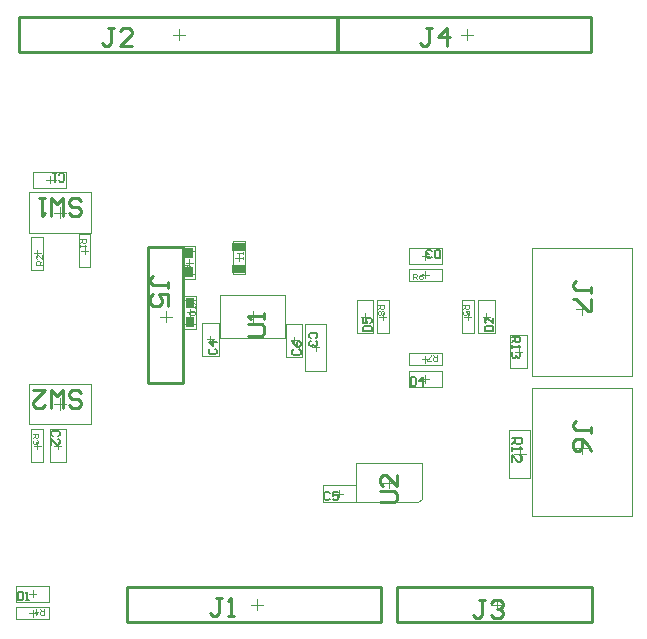
<source format=gbp>
G04*
G04 #@! TF.GenerationSoftware,Altium Limited,Altium Designer,22.7.1 (60)*
G04*
G04 Layer_Color=128*
%FSLAX25Y25*%
%MOIN*%
G70*
G04*
G04 #@! TF.SameCoordinates,FBDB1D81-1F97-4559-A255-E9B88A778833*
G04*
G04*
G04 #@! TF.FilePolarity,Positive*
G04*
G01*
G75*
%ADD11C,0.00984*%
%ADD13C,0.00394*%
%ADD14C,0.01000*%
%ADD15C,0.00866*%
%ADD16C,0.00591*%
%ADD18R,0.05118X0.02756*%
%ADD42R,0.03100X0.03800*%
D11*
X63494Y129234D02*
X75305D01*
X63494Y83880D02*
Y129234D01*
Y83880D02*
X75305D01*
Y129234D01*
X20495Y194095D02*
Y205906D01*
Y194095D02*
X126873D01*
Y205906D01*
X20495D02*
X126873D01*
X126495D02*
X211219D01*
Y194095D02*
Y205906D01*
X126495Y194095D02*
X211219D01*
X126495D02*
Y205906D01*
X146495Y4095D02*
Y15905D01*
Y4095D02*
X211534D01*
Y15905D01*
X146495D02*
X211534D01*
X56495Y4095D02*
Y15905D01*
Y4095D02*
X141219D01*
Y15905D01*
X56495D02*
X141219D01*
X75305Y83880D02*
Y129234D01*
X63494Y83880D02*
X75305D01*
X63494D02*
Y129234D01*
X75305D01*
X20495Y205906D02*
X126873D01*
Y194095D02*
Y205906D01*
X20495Y194095D02*
X126873D01*
X20495D02*
Y205906D01*
X126495Y194095D02*
Y205906D01*
Y194095D02*
X211219D01*
Y205906D01*
X126495D02*
X211219D01*
X146495Y15905D02*
X211534D01*
Y4095D02*
Y15905D01*
X146495Y4095D02*
X211534D01*
X146495D02*
Y15905D01*
X56495D02*
X141219D01*
Y4095D02*
Y15905D01*
X56495Y4095D02*
X141219D01*
X56495D02*
Y15905D01*
D13*
X75196Y120079D02*
X79133D01*
X75196Y127953D02*
X79133D01*
X75196Y120079D02*
Y127953D01*
X79133Y120079D02*
Y127953D01*
X75589Y111417D02*
X79526D01*
X75589Y103543D02*
X79526D01*
Y111417D01*
X75589Y103543D02*
Y111417D01*
X67431Y106005D02*
X71368D01*
X69399Y104037D02*
Y107974D01*
X132676Y44193D02*
Y57087D01*
X154723D01*
Y45276D02*
Y57087D01*
X153640Y44193D02*
X154723Y45276D01*
X132676Y44193D02*
X153640D01*
X143700Y48720D02*
Y52658D01*
X141731Y50689D02*
X145668D01*
X73723Y198031D02*
Y201969D01*
X71755Y200000D02*
X75692D01*
X167755D02*
X171692D01*
X169723Y198031D02*
Y201969D01*
X81495Y92913D02*
X87007D01*
Y103937D01*
X81495D02*
X87007D01*
X81495Y92913D02*
Y103937D01*
X84251Y97244D02*
Y99606D01*
X83070Y98425D02*
X85432D01*
X23900Y70079D02*
X24800D01*
X44373D01*
X23900D02*
Y83465D01*
X44373D01*
Y70079D02*
Y83465D01*
X32168Y76772D02*
X36105D01*
X34137Y74803D02*
Y78740D01*
X23900Y133993D02*
X24800D01*
X44373D01*
X23900D02*
Y147379D01*
X44373D01*
Y133993D02*
Y147379D01*
X32168Y140686D02*
X36105D01*
X34137Y138717D02*
Y142654D01*
X184251Y99803D02*
X189763D01*
X184251Y88779D02*
Y99803D01*
Y88779D02*
X189763D01*
Y99803D01*
X187007Y93110D02*
Y95472D01*
X185826Y94291D02*
X188188D01*
X191633Y82185D02*
X224704D01*
X191633Y39665D02*
Y82185D01*
Y39665D02*
X224704D01*
Y82185D01*
X208168Y60138D02*
Y64075D01*
X206200Y62106D02*
X210137D01*
X191633Y128740D02*
X224704D01*
X191633Y86221D02*
Y128740D01*
Y86221D02*
X224704D01*
Y128740D01*
X208168Y106693D02*
Y110630D01*
X206200Y108661D02*
X210137D01*
X26574Y125984D02*
Y128347D01*
X25392Y127165D02*
X27755D01*
X24605Y121653D02*
X28542D01*
Y132677D01*
X24605D02*
X28542D01*
X24605Y121653D02*
Y132677D01*
X173522Y100445D02*
X179034D01*
Y111469D01*
X173522D02*
X179034D01*
X173522Y100445D02*
Y111469D01*
X176278Y104776D02*
Y107138D01*
X175097Y105957D02*
X177459D01*
X170037Y104776D02*
Y107138D01*
X168856Y105957D02*
X171219D01*
X168069Y111469D02*
X172006D01*
X168069Y100445D02*
Y111469D01*
Y100445D02*
X172006D01*
Y111469D01*
X154723Y119960D02*
X157085D01*
X155904Y118779D02*
Y121142D01*
X150392Y117992D02*
Y121929D01*
Y117992D02*
X161416D01*
Y121929D01*
X150392D02*
X161416D01*
Y123378D02*
Y128890D01*
X150392D02*
X161416D01*
X150392Y123378D02*
Y128890D01*
Y123378D02*
X161416D01*
X154723Y126134D02*
X157085D01*
X155904Y124953D02*
Y127315D01*
X141797Y104776D02*
Y107138D01*
X140616Y105957D02*
X142979D01*
X139829Y111469D02*
X143766D01*
X139829Y100445D02*
Y111469D01*
Y100445D02*
X143766D01*
Y111469D01*
X134644Y105957D02*
X137007D01*
X135826Y104776D02*
Y107138D01*
X133070Y100445D02*
Y111469D01*
X138582D01*
Y100445D02*
Y111469D01*
X133070Y100445D02*
X138582D01*
X30707Y150394D02*
Y152756D01*
X29526Y151575D02*
X31889D01*
X25196Y148819D02*
X36219D01*
X25196D02*
Y154331D01*
X36219D01*
Y148819D02*
Y154331D01*
X44290Y122441D02*
Y133465D01*
X40353Y122441D02*
X44290D01*
X40353D02*
Y133465D01*
X44290D01*
X41140Y127953D02*
X43503D01*
X42322Y126772D02*
Y129134D01*
X28542Y57480D02*
Y68504D01*
X24605Y57480D02*
X28542D01*
X24605D02*
Y68504D01*
X28542D01*
X25392Y62992D02*
X27755D01*
X26574Y61811D02*
Y64173D01*
X32282Y62992D02*
X34644D01*
X33463Y61811D02*
Y64173D01*
X36219Y57480D02*
Y68504D01*
X30707Y57480D02*
X36219D01*
X30707D02*
Y68504D01*
X36219D01*
X87628Y98830D02*
Y113190D01*
X109281D01*
Y98830D02*
Y113190D01*
X87628Y98830D02*
X109281D01*
X98454Y104037D02*
Y107974D01*
X96486Y106005D02*
X100423D01*
X111022Y98132D02*
X113385D01*
X112204Y96951D02*
Y99313D01*
X109448Y92620D02*
Y103644D01*
X114959D01*
Y92620D02*
Y103644D01*
X109448Y92620D02*
X114959D01*
X115845Y103642D02*
X122932D01*
X115845Y87894D02*
Y103642D01*
Y87894D02*
X122932D01*
Y103642D01*
X119389Y94587D02*
Y96949D01*
X118207Y95768D02*
X120570D01*
X150392Y89764D02*
X161416D01*
X150392D02*
Y93701D01*
X161416D01*
Y89764D02*
Y93701D01*
X155904Y90551D02*
Y92913D01*
X154723Y91732D02*
X157085D01*
X150392Y82433D02*
Y87945D01*
Y82433D02*
X161416D01*
Y87945D01*
X150392D02*
X161416D01*
X154723Y85189D02*
X157085D01*
X155904Y84008D02*
Y86370D01*
X127164Y45768D02*
Y48130D01*
X125983Y46949D02*
X128345D01*
X121652Y49705D02*
X132676D01*
Y44193D02*
Y49705D01*
X121652Y44193D02*
X132676D01*
X121652D02*
Y49705D01*
X183857Y68110D02*
X190944D01*
X183857Y52362D02*
Y68110D01*
Y52362D02*
X190944D01*
Y68110D01*
X187400Y58268D02*
Y62205D01*
X185432Y60236D02*
X189369D01*
X179723Y8032D02*
Y11969D01*
X177755Y10000D02*
X181692D01*
X99723Y8032D02*
Y11969D01*
X97755Y10000D02*
X101692D01*
X19487Y10827D02*
Y16339D01*
Y10827D02*
X30511D01*
Y16339D01*
X19487D02*
X30511D01*
X23818Y13583D02*
X26180D01*
X24999Y12402D02*
Y14764D01*
X19487Y5118D02*
X30511D01*
X19487D02*
Y9055D01*
X30511D01*
Y5118D02*
Y9055D01*
X24999Y5906D02*
Y8268D01*
X23818Y7087D02*
X26180D01*
X93700Y124409D02*
Y126772D01*
X92519Y125591D02*
X94881D01*
X91731Y131102D02*
X95668D01*
Y120079D02*
Y131102D01*
X91731Y120079D02*
X95668D01*
X91731D02*
Y131102D01*
X77164Y122835D02*
Y125197D01*
X75983Y124016D02*
X78345D01*
X75196Y118504D02*
X79133D01*
X75196D02*
Y129528D01*
X79133D01*
Y118504D02*
Y129528D01*
X77558Y106299D02*
Y108661D01*
X76377Y107480D02*
X78739D01*
X75589Y112992D02*
X79526D01*
Y101969D02*
Y112992D01*
X75589Y101969D02*
X79526D01*
X75589D02*
Y112992D01*
X154723Y45276D02*
Y57087D01*
X153640Y44193D02*
X154723Y45276D01*
X132676Y44193D02*
X153640D01*
X132676D02*
Y57087D01*
X154723D01*
X81495Y92913D02*
X87007D01*
X81495D02*
Y103937D01*
X87007D01*
Y92913D02*
Y103937D01*
X23900Y70079D02*
X24800D01*
X44373D01*
Y83465D01*
X23900Y70079D02*
Y83465D01*
X44373D01*
X23900Y133993D02*
X24800D01*
X44373D01*
Y147379D01*
X23900Y133993D02*
Y147379D01*
X44373D01*
X184251Y99803D02*
X189763D01*
Y88779D02*
Y99803D01*
X184251Y88779D02*
X189763D01*
X184251D02*
Y99803D01*
X191633Y82185D02*
X224704D01*
Y39665D02*
Y82185D01*
X191633Y39665D02*
X224704D01*
X191633D02*
Y82185D01*
Y128740D02*
X224704D01*
Y86221D02*
Y128740D01*
X191633Y86221D02*
X224704D01*
X191633D02*
Y128740D01*
X24605Y121653D02*
X28542D01*
Y132677D01*
X24605D02*
X28542D01*
X24605Y121653D02*
Y132677D01*
X173522Y100445D02*
X179034D01*
X173522D02*
Y111469D01*
X179034D01*
Y100445D02*
Y111469D01*
X168069D02*
X172006D01*
X168069Y100445D02*
Y111469D01*
Y100445D02*
X172006D01*
Y111469D01*
X150392Y117992D02*
Y121929D01*
Y117992D02*
X161416D01*
Y121929D01*
X150392D02*
X161416D01*
Y123378D02*
Y128890D01*
X150392Y123378D02*
X161416D01*
X150392D02*
Y128890D01*
X161416D01*
X139829Y111469D02*
X143766D01*
X139829Y100445D02*
Y111469D01*
Y100445D02*
X143766D01*
Y111469D01*
X138582Y100445D02*
Y111469D01*
X133070D02*
X138582D01*
X133070Y100445D02*
Y111469D01*
Y100445D02*
X138582D01*
X25196Y154331D02*
X36219D01*
X25196Y148819D02*
Y154331D01*
Y148819D02*
X36219D01*
Y154331D01*
X44290Y122441D02*
Y133465D01*
X40353Y122441D02*
X44290D01*
X40353D02*
Y133465D01*
X44290D01*
X28542Y57480D02*
Y68504D01*
X24605Y57480D02*
X28542D01*
X24605D02*
Y68504D01*
X28542D01*
X30707Y57480D02*
Y68504D01*
Y57480D02*
X36219D01*
Y68504D01*
X30707D02*
X36219D01*
X109281Y98830D02*
Y113190D01*
X87628D02*
X109281D01*
X87628Y98830D02*
X109281D01*
X87628D02*
Y113190D01*
X114959Y92620D02*
Y103644D01*
X109448D02*
X114959D01*
X109448Y92620D02*
Y103644D01*
Y92620D02*
X114959D01*
X115845Y103642D02*
X122932D01*
Y87894D02*
Y103642D01*
X115845Y87894D02*
X122932D01*
X115845D02*
Y103642D01*
X150392Y89764D02*
X161416D01*
X150392D02*
Y93701D01*
X161416D01*
Y89764D02*
Y93701D01*
X150392Y82433D02*
Y87945D01*
X161416D01*
Y82433D02*
Y87945D01*
X150392Y82433D02*
X161416D01*
X121652Y44193D02*
X132676D01*
Y49705D01*
X121652D02*
X132676D01*
X121652Y44193D02*
Y49705D01*
X190944Y52362D02*
Y68110D01*
X183857Y52362D02*
X190944D01*
X183857Y68110D02*
X190944D01*
X183857Y52362D02*
Y68110D01*
X19487Y10827D02*
Y16339D01*
X30511D01*
Y10827D02*
Y16339D01*
X19487Y10827D02*
X30511D01*
X19487Y5118D02*
X30511D01*
X19487D02*
Y9055D01*
X30511D01*
Y5118D02*
Y9055D01*
X28148Y123228D02*
X26180D01*
Y124212D01*
X26509Y124540D01*
X27165D01*
X27492Y124212D01*
Y123228D01*
Y123884D02*
X28148Y124540D01*
Y126508D02*
Y125196D01*
X26836Y126508D01*
X26509D01*
X26180Y126180D01*
Y125524D01*
X26509Y125196D01*
X168463Y109894D02*
X170431D01*
Y108910D01*
X170103Y108582D01*
X169447D01*
X169119Y108910D01*
Y109894D01*
Y109238D02*
X168463Y108582D01*
X170431Y106614D02*
Y107926D01*
X169447D01*
X169774Y107270D01*
Y106942D01*
X169447Y106614D01*
X168791D01*
X168463Y106942D01*
Y107598D01*
X168791Y107926D01*
X151967Y118386D02*
Y120353D01*
X152951D01*
X153279Y120026D01*
Y119370D01*
X152951Y119042D01*
X151967D01*
X152623D02*
X153279Y118386D01*
X155247Y120353D02*
X154591Y120026D01*
X153935Y119370D01*
Y118714D01*
X154263Y118386D01*
X154919D01*
X155247Y118714D01*
Y119042D01*
X154919Y119370D01*
X153935D01*
X140223Y109894D02*
X142191D01*
Y108910D01*
X141863Y108582D01*
X141207D01*
X140879Y108910D01*
Y109894D01*
Y109238D02*
X140223Y108582D01*
X141863Y107926D02*
X142191Y107598D01*
Y106942D01*
X141863Y106614D01*
X141535D01*
X141207Y106942D01*
X140879Y106614D01*
X140551D01*
X140223Y106942D01*
Y107598D01*
X140551Y107926D01*
X140879D01*
X141207Y107598D01*
X141535Y107926D01*
X141863D01*
X141207Y107598D02*
Y106942D01*
X40747Y131890D02*
X42715D01*
Y130906D01*
X42387Y130578D01*
X41731D01*
X41403Y130906D01*
Y131890D01*
Y131234D02*
X40747Y130578D01*
Y129922D02*
Y129266D01*
Y129594D01*
X42715D01*
X42387Y129922D01*
X24999Y66929D02*
X26967D01*
Y65945D01*
X26639Y65617D01*
X25983D01*
X25655Y65945D01*
Y66929D01*
Y66273D02*
X24999Y65617D01*
X26639Y64961D02*
X26967Y64633D01*
Y63977D01*
X26639Y63649D01*
X26311D01*
X25983Y63977D01*
Y64305D01*
Y63977D01*
X25655Y63649D01*
X25327D01*
X24999Y63977D01*
Y64633D01*
X25327Y64961D01*
X159841Y93307D02*
Y91339D01*
X158857D01*
X158529Y91667D01*
Y92323D01*
X158857Y92651D01*
X159841D01*
X159185D02*
X158529Y93307D01*
X157873Y91339D02*
X156562D01*
Y91667D01*
X157873Y92979D01*
Y93307D01*
X28936Y8661D02*
Y6694D01*
X27952D01*
X27624Y7022D01*
Y7677D01*
X27952Y8005D01*
X28936D01*
X28280D02*
X27624Y8661D01*
X25984D02*
Y6694D01*
X26968Y7677D01*
X25656D01*
X91731Y131102D02*
X95668D01*
Y120079D02*
Y131102D01*
X91731Y120079D02*
X95668D01*
X91731D02*
Y131102D01*
X75196Y118504D02*
X79133D01*
X75196D02*
Y129528D01*
X79133D01*
Y118504D02*
Y129528D01*
X75589Y112992D02*
X79526D01*
Y101969D02*
Y112992D01*
X75589Y101969D02*
X79526D01*
X75589D02*
Y112992D01*
X95274Y129528D02*
X93306D01*
Y128544D01*
X93634Y128216D01*
X94290D01*
X94618Y128544D01*
Y129528D01*
Y128872D02*
X95274Y128216D01*
Y127560D02*
Y126904D01*
Y127232D01*
X93306D01*
X93634Y127560D01*
X95274Y125920D02*
Y125264D01*
Y125592D01*
X93306D01*
X93634Y125920D01*
X75589Y120079D02*
X77557D01*
Y121063D01*
X77229Y121391D01*
X76573D01*
X76245Y121063D01*
Y120079D01*
Y120735D02*
X75589Y121391D01*
X75917Y122047D02*
X75589Y122375D01*
Y123030D01*
X75917Y123359D01*
X77229D01*
X77557Y123030D01*
Y122375D01*
X77229Y122047D01*
X76901D01*
X76573Y122375D01*
Y123359D01*
X79133Y111417D02*
X77165D01*
Y110433D01*
X77493Y110105D01*
X78149D01*
X78477Y110433D01*
Y111417D01*
Y110761D02*
X79133Y110105D01*
Y109450D02*
Y108793D01*
Y109122D01*
X77165D01*
X77493Y109450D01*
Y107810D02*
X77165Y107482D01*
Y106826D01*
X77493Y106498D01*
X78805D01*
X79133Y106826D01*
Y107482D01*
X78805Y107810D01*
X77493D01*
D14*
X70137Y115655D02*
Y117654D01*
Y116654D01*
X65138D01*
X64139Y117654D01*
Y118654D01*
X65138Y119653D01*
X70137Y109657D02*
Y113655D01*
X67138D01*
X68137Y111656D01*
Y110656D01*
X67138Y109657D01*
X65138D01*
X64139Y110656D01*
Y112656D01*
X65138Y113655D01*
X52147Y202077D02*
X50148D01*
X51147D01*
Y197078D01*
X50148Y196079D01*
X49148D01*
X48148Y197078D01*
X58145Y196079D02*
X54146D01*
X58145Y200077D01*
Y201077D01*
X57146Y202077D01*
X55146D01*
X54146Y201077D01*
X158147Y202077D02*
X156148D01*
X157147D01*
Y197078D01*
X156148Y196079D01*
X155148D01*
X154148Y197078D01*
X163145Y196079D02*
Y202077D01*
X160146Y199078D01*
X164145D01*
X37012Y76679D02*
X38012Y75679D01*
X40011D01*
X41011Y76679D01*
Y77678D01*
X40011Y78678D01*
X38012D01*
X37012Y79678D01*
Y80677D01*
X38012Y81677D01*
X40011D01*
X41011Y80677D01*
X35013Y75679D02*
Y81677D01*
X33013Y79678D01*
X31014Y81677D01*
Y75679D01*
X25016Y81677D02*
X29015D01*
X25016Y77678D01*
Y76679D01*
X26015Y75679D01*
X28015D01*
X29015Y76679D01*
X37012Y140593D02*
X38012Y139593D01*
X40011D01*
X41011Y140593D01*
Y141593D01*
X40011Y142592D01*
X38012D01*
X37012Y143592D01*
Y144592D01*
X38012Y145591D01*
X40011D01*
X41011Y144592D01*
X35013Y139593D02*
Y145591D01*
X33013Y143592D01*
X31014Y145591D01*
Y139593D01*
X29015Y145591D02*
X27015D01*
X28015D01*
Y139593D01*
X29015Y140593D01*
X211239Y67222D02*
Y69222D01*
Y68222D01*
X206240D01*
X205241Y69222D01*
Y70221D01*
X206240Y71221D01*
X211239Y61224D02*
X210239Y63224D01*
X208240Y65223D01*
X206240D01*
X205241Y64223D01*
Y62224D01*
X206240Y61224D01*
X207240D01*
X208240Y62224D01*
Y65223D01*
X211239Y113777D02*
Y115777D01*
Y114777D01*
X206240D01*
X205241Y115777D01*
Y116776D01*
X206240Y117776D01*
X211239Y111778D02*
Y107779D01*
X210239D01*
X206240Y111778D01*
X205241D01*
X175940Y11673D02*
X173941D01*
X174940D01*
Y6674D01*
X173941Y5675D01*
X172941D01*
X171941Y6674D01*
X177939Y10673D02*
X178939Y11673D01*
X180938D01*
X181938Y10673D01*
Y9673D01*
X180938Y8674D01*
X179938D01*
X180938D01*
X181938Y7674D01*
Y6674D01*
X180938Y5675D01*
X178939D01*
X177939Y6674D01*
X88147Y12077D02*
X86148D01*
X87147D01*
Y7078D01*
X86148Y6079D01*
X85148D01*
X84148Y7078D01*
X90146Y6079D02*
X92146D01*
X91146D01*
Y12077D01*
X90146Y11077D01*
D15*
X140867Y44075D02*
X145458D01*
X146377Y44993D01*
Y46830D01*
X145458Y47748D01*
X140867D01*
X146377Y53258D02*
Y49585D01*
X142703Y53258D01*
X141785D01*
X140867Y52340D01*
Y50503D01*
X141785Y49585D01*
X96775Y99696D02*
X101367D01*
X102285Y100615D01*
Y102451D01*
X101367Y103370D01*
X96775D01*
X102285Y105206D02*
Y107043D01*
Y106125D01*
X96775D01*
X97693Y105206D01*
D16*
X84120Y95341D02*
X83661Y94881D01*
Y93963D01*
X84120Y93504D01*
X85957D01*
X86416Y93963D01*
Y94881D01*
X85957Y95341D01*
X86416Y97636D02*
X83661D01*
X85039Y96259D01*
Y98096D01*
X184841Y99213D02*
X187596D01*
Y97835D01*
X187137Y97376D01*
X186219D01*
X185760Y97835D01*
Y99213D01*
Y98294D02*
X184841Y97376D01*
Y96458D02*
Y95539D01*
Y95998D01*
X187596D01*
X187137Y96458D01*
Y94162D02*
X187596Y93703D01*
Y92784D01*
X187137Y92325D01*
X186678D01*
X186219Y92784D01*
Y93243D01*
Y92784D01*
X185760Y92325D01*
X185301D01*
X184841Y92784D01*
Y93703D01*
X185301Y94162D01*
X175689Y101036D02*
X178444D01*
Y102413D01*
X177984Y102872D01*
X176148D01*
X175689Y102413D01*
Y101036D01*
X178444Y105627D02*
Y103791D01*
X176607Y105627D01*
X176148D01*
X175689Y105168D01*
Y104250D01*
X176148Y103791D01*
X160826Y125545D02*
Y128299D01*
X159448D01*
X158989Y127840D01*
Y126004D01*
X159448Y125545D01*
X160826D01*
X158071Y126004D02*
X157611Y125545D01*
X156693D01*
X156234Y126004D01*
Y126463D01*
X156693Y126922D01*
X157152D01*
X156693D01*
X156234Y127381D01*
Y127840D01*
X156693Y128299D01*
X157611D01*
X158071Y127840D01*
X135236Y101036D02*
X137991D01*
Y102413D01*
X137532Y102872D01*
X135695D01*
X135236Y102413D01*
Y101036D01*
Y105627D02*
Y103791D01*
X136613D01*
X136154Y104709D01*
Y105168D01*
X136613Y105627D01*
X137532D01*
X137991Y105168D01*
Y104250D01*
X137532Y103791D01*
X33792Y151444D02*
X34251Y150985D01*
X35170D01*
X35629Y151444D01*
Y153281D01*
X35170Y153740D01*
X34251D01*
X33792Y153281D01*
X32874Y153740D02*
X31955D01*
X32414D01*
Y150985D01*
X32874Y151444D01*
X33594Y66077D02*
X34053Y66536D01*
Y67454D01*
X33594Y67913D01*
X31757D01*
X31298Y67454D01*
Y66536D01*
X31757Y66077D01*
X31298Y63322D02*
Y65158D01*
X33135Y63322D01*
X33594D01*
X34053Y63781D01*
Y64699D01*
X33594Y65158D01*
X112073Y95047D02*
X111614Y94588D01*
Y93670D01*
X112073Y93211D01*
X113910D01*
X114369Y93670D01*
Y94588D01*
X113910Y95047D01*
X111614Y97802D02*
X112073Y96884D01*
X112991Y95966D01*
X113910D01*
X114369Y96425D01*
Y97343D01*
X113910Y97802D01*
X113451D01*
X112991Y97343D01*
Y95966D01*
X119519Y98852D02*
X119978Y99312D01*
Y100230D01*
X119519Y100689D01*
X117682D01*
X117223Y100230D01*
Y99312D01*
X117682Y98852D01*
X119519Y97934D02*
X119978Y97475D01*
Y96556D01*
X119519Y96097D01*
X119060D01*
X118601Y96556D01*
Y97016D01*
Y96556D01*
X118141Y96097D01*
X117682D01*
X117223Y96556D01*
Y97475D01*
X117682Y97934D01*
X150983Y85779D02*
Y83024D01*
X152360D01*
X152820Y83483D01*
Y85320D01*
X152360Y85779D01*
X150983D01*
X155116Y83024D02*
Y85779D01*
X153738Y84401D01*
X155575D01*
X124080Y47079D02*
X123620Y47539D01*
X122702D01*
X122243Y47079D01*
Y45243D01*
X122702Y44783D01*
X123620D01*
X124080Y45243D01*
X126835Y47539D02*
X124998D01*
Y46161D01*
X125916Y46620D01*
X126375D01*
X126835Y46161D01*
Y45243D01*
X126375Y44783D01*
X125457D01*
X124998Y45243D01*
X184841Y65551D02*
X187990D01*
Y63977D01*
X187465Y63452D01*
X186416D01*
X185891Y63977D01*
Y65551D01*
Y64502D02*
X184841Y63452D01*
Y62403D02*
Y61353D01*
Y61878D01*
X187990D01*
X187465Y62403D01*
X184841Y57680D02*
Y59779D01*
X186940Y57680D01*
X187465D01*
X187990Y58205D01*
Y59254D01*
X187465Y59779D01*
X20077Y14172D02*
Y11417D01*
X21455D01*
X21914Y11876D01*
Y13713D01*
X21455Y14172D01*
X20077D01*
X22832Y11417D02*
X23751D01*
X23292D01*
Y14172D01*
X22832Y13713D01*
D18*
X93700Y121850D02*
D03*
Y129331D02*
D03*
D42*
X77164Y127166D02*
D03*
Y120866D02*
D03*
X77558Y104330D02*
D03*
Y110630D02*
D03*
M02*

</source>
